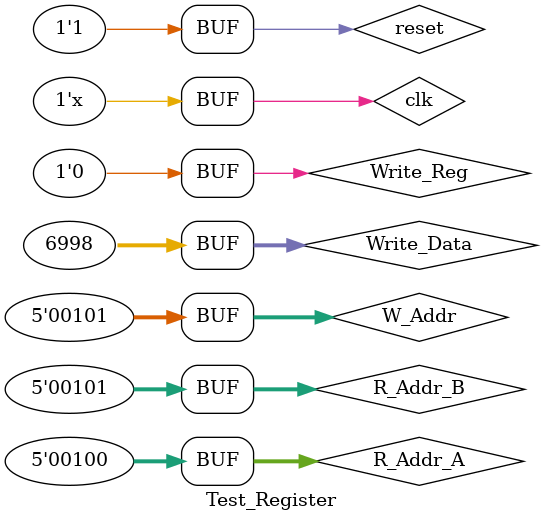
<source format=v>
`timescale 1ns / 1ps


module Test_Register();
    reg [4:0] R_Addr_A;
	reg [4:0] R_Addr_B;
	reg [4:0] W_Addr;
	reg Write_Reg;
	reg [31:0] Write_Data;
	reg clk;
	reg reset;

	// Outputs
	wire [31:0] R_Data_A;
	wire [31:0] R_Data_B;

	// Instantiate the Unit Under Test (UUT)
	Register uut (
		.R_Addr_A(R_Addr_A), 
		.R_Addr_B(R_Addr_B), 
		.W_Addr(W_Addr), 
		.Write_Reg(Write_Reg), 
		.W_Data(Write_Data), 
		.clk(clk), 
		.reset(reset), 
		.R_Data_A(R_Data_A), 
		.R_Data_B(R_Data_B)
	);
	always #25 clk=~clk;
	initial begin
		//³õÊ¼»¯ÉèÖÃREG[0]µÄÎ»ÖÃ´æ·Å0
		R_Addr_A = 0;
		R_Addr_B = 0;
		W_Addr = 0;
		Write_Reg = 1;
		Write_Data = 0;
		clk = 0;
		reset = 0;
		
		//Ê×ÏÈÎªregistorÐ´ÈëÊý¾Ý
		#100 Write_Reg = 1;W_Addr = 0;Write_Data = 799;
		#100 Write_Reg = 1;W_Addr = 1;Write_Data = 54567445;
		#100 Write_Reg = 1;W_Addr = 2;Write_Data = 785656;
		#100 Write_Reg = 1;W_Addr = 3;Write_Data = 123444;
		#100 Write_Reg = 1;W_Addr = 4;Write_Data = 75644;
		#100 Write_Reg = 1;W_Addr = 5;Write_Data = 6998;
		
		//ËæºóÊ¹ÓÃË«µØÖ·½øÐÐ¶Á³ö²Ù×÷£¬´ËÊ±Ó¦¸Ã¹ýÈ¥ÁË6¸öÊ±ÑÓ
		#100 R_Addr_A = 0;R_Addr_B = 1;Write_Reg = 0;
		#100 R_Addr_A = 2;R_Addr_B = 3;
		#100 R_Addr_A = 4;R_Addr_B = 5;
		
		//½øÐÐ¸´Î»²Ù×÷
		#100 reset = 1;
		
		//¼ì²â¸´Î»ºóµÄÐ§¹û
		#100 R_Addr_A = 0;R_Addr_B = 1;
		#100 R_Addr_A = 2;R_Addr_B = 3;
		#100 R_Addr_A = 4;R_Addr_B = 5;
	end
endmodule

</source>
